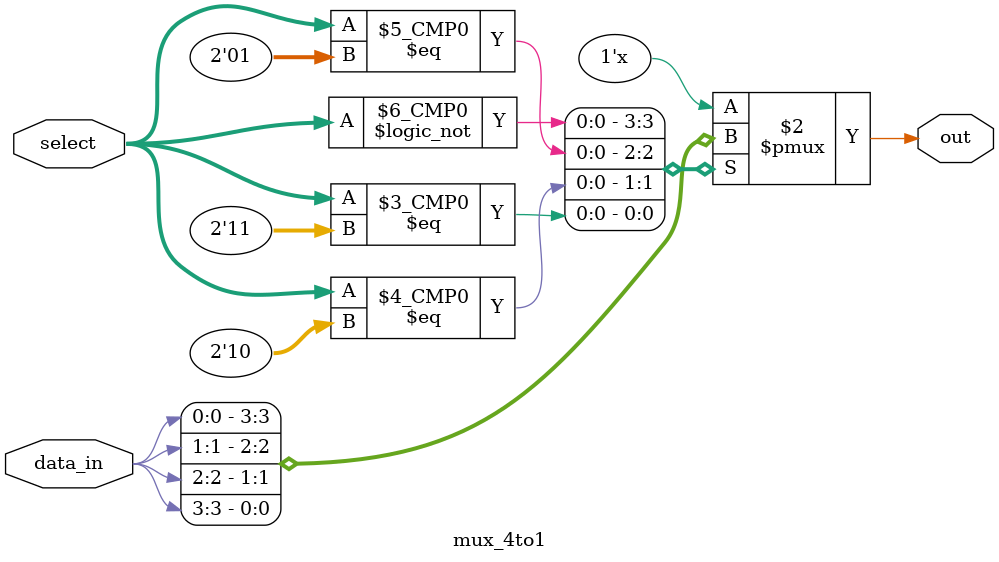
<source format=v>

module mux_4to1(
    input [3:0] data_in,
    input [1:0] select,
    output reg out
);
    always @* begin
        case(select)
            2'b00: out = data_in[0];
            2'b01: out = data_in[1];
            2'b10: out = data_in[2];
            2'b11: out = data_in[3];
        endcase
    end
endmodule

</source>
